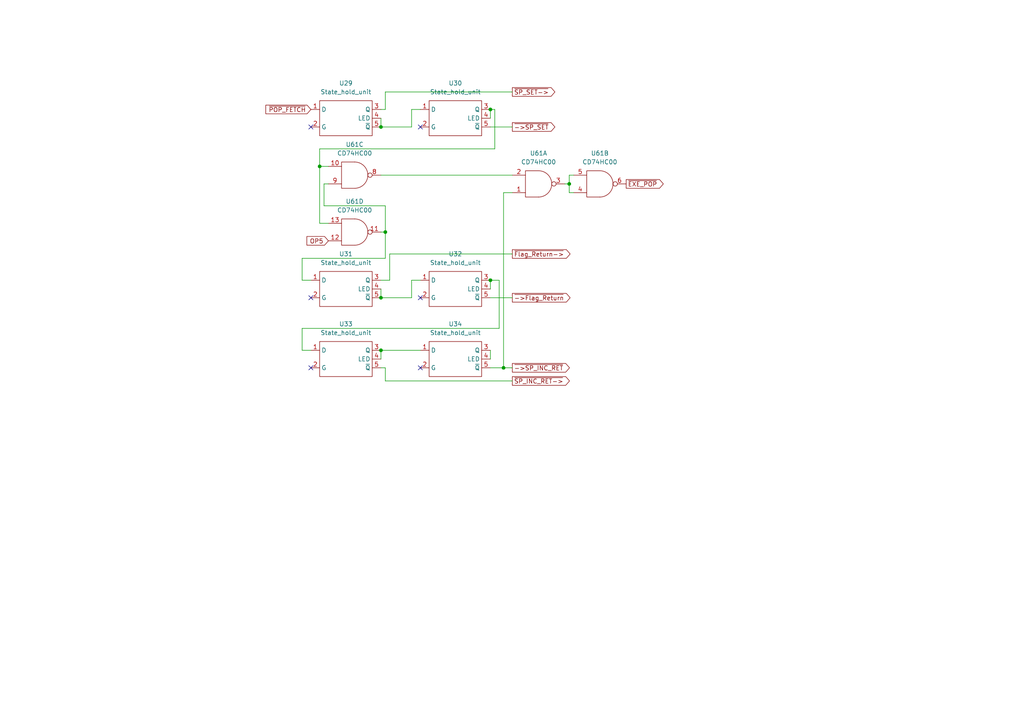
<source format=kicad_sch>
(kicad_sch (version 20211123) (generator eeschema)
  (paper "A4")
  (lib_symbols
    (symbol "CD74HCXX:CD74HC00" (pin_names (offset 0.762))
      (property "Reference" "U" (at -2.54 6.985 0))
      (property "Value" "CD74HC00" (at 1.27 5.08 0))
      (symbol "CD74HC00_0_0"
        (pin power_in line (at -2.54 2.54 0) (length 0) hide (name "VCC") (number "14"))
        (pin power_in line (at -2.54 -2.54 0) (length 0) hide (name "GND") (number "7"))
      )
      (symbol "CD74HC00_0_1"
        (arc (start 0 -3.81) (mid 3.81 0) (end 0 3.81))
        (polyline (pts (xy 0 3.81) (xy -3.81 3.81) (xy -3.81 -3.81) (xy 0 -3.81)))
      )
      (symbol "CD74HC00_0_2"
        (arc (start -4.445 -3.81) (mid -3.175 0) (end -4.445 3.81))
        (arc (start -3.175 -3.81) (mid 0.803 -2.7954) (end 3.81 0))
        (polyline (pts (xy -4.445 -3.81) (xy -3.175 -3.81)))
        (polyline (pts (xy -4.445 3.81) (xy -3.175 3.81)))
        (arc (start 3.81 0) (mid 0.8099 2.8117) (end -3.175 3.81))
      )
      (symbol "CD74HC00_1_1"
        (pin input line (at -7.62 2.54 0) (length 3.81) (name "~") (number "1"))
        (pin input line (at -7.62 -2.54 0) (length 3.81) (name "~") (number "2"))
        (pin output inverted (at 7.62 0 180) (length 3.81) (name "~") (number "3"))
      )
      (symbol "CD74HC00_1_2"
        (pin input inverted (at -7.62 2.54 0) (length 3.81) (name "~") (number "1"))
        (pin input inverted (at -7.62 -2.54 0) (length 3.81) (name "~") (number "2"))
        (pin output line (at 7.62 0 180) (length 3.81) (name "~") (number "3"))
      )
      (symbol "CD74HC00_2_1"
        (pin input line (at -7.62 2.54 0) (length 3.81) (name "~") (number "4"))
        (pin input line (at -7.62 -2.54 0) (length 3.81) (name "~") (number "5"))
        (pin output inverted (at 7.62 0 180) (length 3.81) (name "~") (number "6"))
      )
      (symbol "CD74HC00_2_2"
        (pin input inverted (at -7.62 2.54 0) (length 3.81) (name "~") (number "4"))
        (pin input inverted (at -7.62 -2.54 0) (length 3.81) (name "~") (number "5"))
        (pin output line (at 7.62 0 180) (length 3.81) (name "~") (number "6"))
      )
      (symbol "CD74HC00_3_1"
        (pin input line (at -7.62 -2.54 0) (length 3.81) (name "~") (number "10"))
        (pin output inverted (at 7.62 0 180) (length 3.81) (name "~") (number "8"))
        (pin input line (at -7.62 2.54 0) (length 3.81) (name "~") (number "9"))
      )
      (symbol "CD74HC00_3_2"
        (pin input inverted (at -7.62 -2.54 0) (length 3.81) (name "~") (number "10"))
        (pin output line (at 7.62 0 180) (length 3.81) (name "~") (number "8"))
        (pin input inverted (at -7.62 2.54 0) (length 3.81) (name "~") (number "9"))
      )
      (symbol "CD74HC00_4_1"
        (pin output inverted (at 7.62 0 180) (length 3.81) (name "~") (number "11"))
        (pin input line (at -7.62 2.54 0) (length 3.81) (name "~") (number "12"))
        (pin input line (at -7.62 -2.54 0) (length 3.81) (name "~") (number "13"))
      )
      (symbol "CD74HC00_4_2"
        (pin output line (at 7.62 0 180) (length 3.81) (name "~") (number "11"))
        (pin input inverted (at -7.62 2.54 0) (length 3.81) (name "~") (number "12"))
        (pin input inverted (at -7.62 -2.54 0) (length 3.81) (name "~") (number "13"))
      )
    )
    (symbol "State_hold_unit:State_hold_unit"
      (property "Reference" "U" (at 0 0 0))
      (property "Value" "State_hold_unit" (at 0 -12.7 0))
      (symbol "State_hold_unit_0_1"
        (rectangle (start -7.62 -1.27) (end 7.62 -11.43))
      )
      (symbol "State_hold_unit_1_1"
        (pin input line (at -10.16 -3.81 0) (length 2.54) (name "D") (number "1"))
        (pin input line (at -10.16 -8.89 0) (length 2.54) (name "G") (number "2"))
        (pin output line (at 10.16 -3.81 180) (length 2.54) (name "Q") (number "3"))
        (pin input line (at 10.16 -6.35 180) (length 2.54) (name "LED") (number "4"))
        (pin output line (at 10.16 -8.89 180) (length 2.54) (name "~{Q}") (number "5"))
      )
    )
  )
  (junction (at 110.49 101.6))
  (junction (at 165.1 53.34))
  (junction (at 142.24 31.75))
  (junction (at 111.76 67.31))
  (junction (at 142.24 81.28))
  (junction (at 146.05 106.68))
  (junction (at 110.49 36.83))
  (junction (at 92.71 48.26))
  (junction (at 110.49 86.36))
  (no_connect (at 90.17 86.36))
  (no_connect (at 121.92 36.83))
  (no_connect (at 121.92 106.68))
  (no_connect (at 90.17 36.83))
  (no_connect (at 121.92 86.36))
  (no_connect (at 90.17 106.68))
  (wire (pts (xy 142.24 36.83) (xy 148.59 36.83)))
  (wire (pts (xy 119.38 86.36) (xy 110.49 86.36)))
  (wire (pts (xy 121.92 81.28) (xy 119.38 81.28)))
  (wire (pts (xy 113.03 73.66) (xy 148.59 73.66)))
  (wire (pts (xy 146.05 55.88) (xy 148.59 55.88)))
  (wire (pts (xy 165.1 55.88) (xy 165.1 53.34)))
  (wire (pts (xy 92.71 64.77) (xy 95.25 64.77)))
  (wire (pts (xy 111.76 31.75) (xy 111.76 26.67)))
  (wire (pts (xy 142.24 81.28) (xy 144.78 81.28)))
  (wire (pts (xy 93.98 53.34) (xy 93.98 59.69)))
  (wire (pts (xy 148.59 86.36) (xy 142.24 86.36)))
  (wire (pts (xy 111.76 67.31) (xy 111.76 74.93)))
  (wire (pts (xy 110.49 83.82) (xy 110.49 86.36)))
  (wire (pts (xy 119.38 81.28) (xy 119.38 86.36)))
  (wire (pts (xy 93.98 59.69) (xy 111.76 59.69)))
  (wire (pts (xy 110.49 101.6) (xy 110.49 104.14)))
  (wire (pts (xy 95.25 53.34) (xy 93.98 53.34)))
  (wire (pts (xy 110.49 31.75) (xy 111.76 31.75)))
  (wire (pts (xy 143.51 43.18) (xy 92.71 43.18)))
  (wire (pts (xy 111.76 67.31) (xy 110.49 67.31)))
  (wire (pts (xy 92.71 48.26) (xy 92.71 64.77)))
  (wire (pts (xy 110.49 101.6) (xy 121.92 101.6)))
  (wire (pts (xy 111.76 106.68) (xy 111.76 110.49)))
  (wire (pts (xy 142.24 101.6) (xy 142.24 104.14)))
  (wire (pts (xy 119.38 31.75) (xy 119.38 36.83)))
  (wire (pts (xy 87.63 95.25) (xy 144.78 95.25)))
  (wire (pts (xy 146.05 106.68) (xy 142.24 106.68)))
  (wire (pts (xy 142.24 31.75) (xy 143.51 31.75)))
  (wire (pts (xy 90.17 81.28) (xy 87.63 81.28)))
  (wire (pts (xy 95.25 48.26) (xy 92.71 48.26)))
  (wire (pts (xy 166.37 55.88) (xy 165.1 55.88)))
  (wire (pts (xy 121.92 31.75) (xy 119.38 31.75)))
  (wire (pts (xy 87.63 74.93) (xy 111.76 74.93)))
  (wire (pts (xy 110.49 50.8) (xy 148.59 50.8)))
  (wire (pts (xy 113.03 81.28) (xy 113.03 73.66)))
  (wire (pts (xy 111.76 110.49) (xy 148.59 110.49)))
  (wire (pts (xy 110.49 34.29) (xy 110.49 36.83)))
  (wire (pts (xy 165.1 53.34) (xy 165.1 50.8)))
  (wire (pts (xy 110.49 106.68) (xy 111.76 106.68)))
  (wire (pts (xy 110.49 81.28) (xy 113.03 81.28)))
  (wire (pts (xy 142.24 81.28) (xy 142.24 83.82)))
  (wire (pts (xy 87.63 81.28) (xy 87.63 74.93)))
  (wire (pts (xy 142.24 31.75) (xy 142.24 34.29)))
  (wire (pts (xy 111.76 26.67) (xy 148.59 26.67)))
  (wire (pts (xy 90.17 101.6) (xy 87.63 101.6)))
  (wire (pts (xy 92.71 43.18) (xy 92.71 48.26)))
  (wire (pts (xy 111.76 59.69) (xy 111.76 67.31)))
  (wire (pts (xy 146.05 55.88) (xy 146.05 106.68)))
  (wire (pts (xy 143.51 31.75) (xy 143.51 43.18)))
  (wire (pts (xy 148.59 106.68) (xy 146.05 106.68)))
  (wire (pts (xy 144.78 81.28) (xy 144.78 95.25)))
  (wire (pts (xy 119.38 36.83) (xy 110.49 36.83)))
  (wire (pts (xy 163.83 53.34) (xy 165.1 53.34)))
  (wire (pts (xy 87.63 101.6) (xy 87.63 95.25)))
  (wire (pts (xy 165.1 50.8) (xy 166.37 50.8)))
  (global_label "~{EXE_POP}" (shape output) (at 181.61 53.34 0) (property "Intersheet References" "${INTERSHEET_REFS}" (effects hide)))
  (global_label "~{SP_INC_RET->}" (shape output) (at 148.59 110.49 0) (property "Intersheet References" "${INTERSHEET_REFS}" (effects hide)))
  (global_label "~{POP_FETCH}" (shape input) (at 90.17 31.75 180) (property "Intersheet References" "${INTERSHEET_REFS}" (effects hide)))
  (global_label "~{->SP_INC_RET}" (shape output) (at 148.59 106.68 0) (property "Intersheet References" "${INTERSHEET_REFS}" (effects hide)))
  (global_label "~{SP_SET->}" (shape output) (at 148.59 26.67 0) (property "Intersheet References" "${INTERSHEET_REFS}" (effects hide)))
  (global_label "~{->SP_SET}" (shape output) (at 148.59 36.83 0) (property "Intersheet References" "${INTERSHEET_REFS}" (effects hide)))
  (global_label "OP5" (shape input) (at 95.25 69.85 180) (property "Intersheet References" "${INTERSHEET_REFS}" (effects hide)))
  (global_label "~{Flag_Return->}" (shape output) (at 148.59 73.66 0) (property "Intersheet References" "${INTERSHEET_REFS}" (effects hide)))
  (global_label "~{->Flag_Return}" (shape output) (at 148.59 86.36 0) (property "Intersheet References" "${INTERSHEET_REFS}" (effects hide)))
  (symbol (lib_id "State_hold_unit:State_hold_unit") (at 132.08 27.94 0) (unit 1)
    (property "Reference" "U30" (at 132.08 24.13 0))
    (property "Value" "State_hold_unit" (at 132.08 26.67 0))
  )
  (symbol (lib_id "CD74HCXX:CD74HC00") (at 173.99 53.34 0) (mirror x) (unit 2)
    (property "Reference" "U61" (at 173.99 44.45 0))
    (property "Value" "CD74HC00" (at 173.99 46.99 0))
    (property "Footprint" "Package_DIP:DIP-14_W7.62mm" (effects hide))
  )
  (symbol (lib_id "State_hold_unit:State_hold_unit") (at 100.33 27.94 0) (unit 1)
    (property "Reference" "U29" (at 100.33 24.13 0))
    (property "Value" "State_hold_unit" (at 100.33 26.67 0))
  )
  (symbol (lib_id "State_hold_unit:State_hold_unit") (at 132.08 77.47 0) (unit 1)
    (property "Reference" "U32" (at 132.08 73.66 0))
    (property "Value" "State_hold_unit" (at 132.08 76.2 0))
  )
  (symbol (lib_id "State_hold_unit:State_hold_unit") (at 100.33 97.79 0) (unit 1)
    (property "Reference" "U33" (at 100.33 93.98 0))
    (property "Value" "State_hold_unit" (at 100.33 96.52 0))
  )
  (symbol (lib_id "CD74HCXX:CD74HC00") (at 102.87 50.8 0) (mirror x) (unit 3)
    (property "Reference" "U61" (at 102.87 41.91 0))
    (property "Value" "CD74HC00" (at 102.87 44.45 0))
    (property "Footprint" "Package_DIP:DIP-14_W7.62mm" (effects hide))
  )
  (symbol (lib_id "CD74HCXX:CD74HC00") (at 102.87 67.31 0) (mirror x) (unit 4)
    (property "Reference" "U61" (at 102.87 58.42 0))
    (property "Value" "CD74HC00" (at 102.87 60.96 0))
    (property "Footprint" "Package_DIP:DIP-14_W7.62mm" (effects hide))
  )
  (symbol (lib_id "State_hold_unit:State_hold_unit") (at 100.33 77.47 0) (unit 1)
    (property "Reference" "U31" (at 100.33 73.66 0))
    (property "Value" "State_hold_unit" (at 100.33 76.2 0))
  )
  (symbol (lib_id "CD74HCXX:CD74HC00") (at 156.21 53.34 0) (mirror x) (unit 1)
    (property "Reference" "U61" (at 156.21 44.45 0))
    (property "Value" "CD74HC00" (at 156.21 46.99 0))
    (property "Footprint" "Package_DIP:DIP-14_W7.62mm" (effects hide))
  )
  (symbol (lib_id "State_hold_unit:State_hold_unit") (at 132.08 97.79 0) (unit 1)
    (property "Reference" "U34" (at 132.08 93.98 0))
    (property "Value" "State_hold_unit" (at 132.08 96.52 0))
  )
)
</source>
